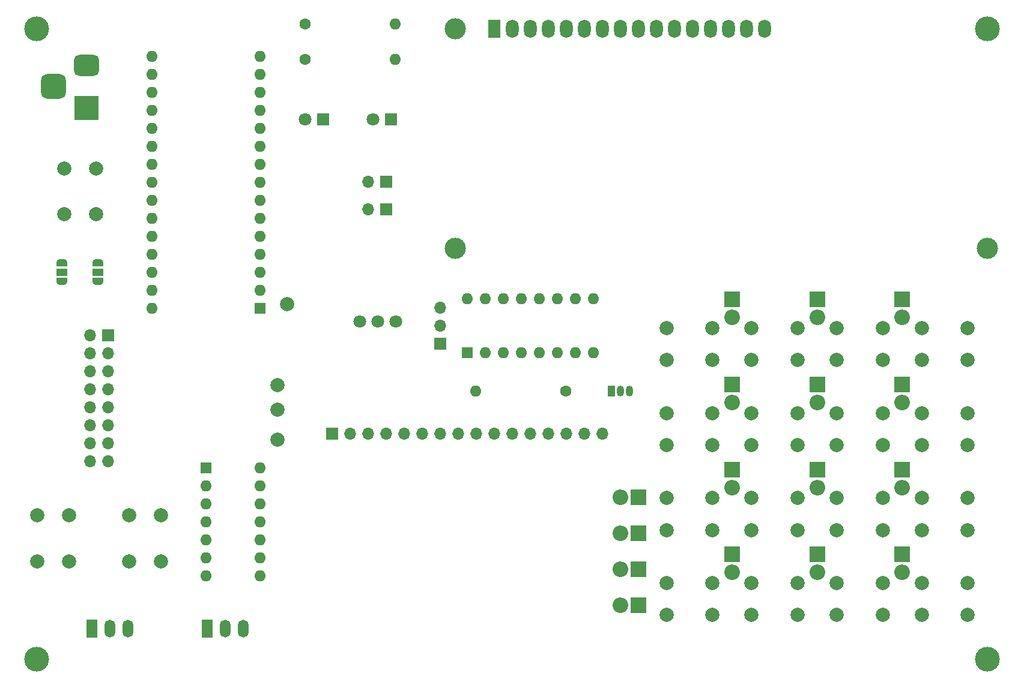
<source format=gbr>
%TF.GenerationSoftware,KiCad,Pcbnew,(6.0.4-0)*%
%TF.CreationDate,2022-08-15T14:03:23-05:00*%
%TF.ProjectId,CowPi-mk3a,436f7750-692d-46d6-9b33-612e6b696361,mk3a*%
%TF.SameCoordinates,PX43d3480PY8c7ecc0*%
%TF.FileFunction,Soldermask,Top*%
%TF.FilePolarity,Negative*%
%FSLAX46Y46*%
G04 Gerber Fmt 4.6, Leading zero omitted, Abs format (unit mm)*
G04 Created by KiCad (PCBNEW (6.0.4-0)) date 2022-08-15 14:03:23*
%MOMM*%
%LPD*%
G01*
G04 APERTURE LIST*
G04 Aperture macros list*
%AMRoundRect*
0 Rectangle with rounded corners*
0 $1 Rounding radius*
0 $2 $3 $4 $5 $6 $7 $8 $9 X,Y pos of 4 corners*
0 Add a 4 corners polygon primitive as box body*
4,1,4,$2,$3,$4,$5,$6,$7,$8,$9,$2,$3,0*
0 Add four circle primitives for the rounded corners*
1,1,$1+$1,$2,$3*
1,1,$1+$1,$4,$5*
1,1,$1+$1,$6,$7*
1,1,$1+$1,$8,$9*
0 Add four rect primitives between the rounded corners*
20,1,$1+$1,$2,$3,$4,$5,0*
20,1,$1+$1,$4,$5,$6,$7,0*
20,1,$1+$1,$6,$7,$8,$9,0*
20,1,$1+$1,$8,$9,$2,$3,0*%
%AMFreePoly0*
4,1,22,0.550000,-0.750000,0.000000,-0.750000,0.000000,-0.745033,-0.079941,-0.743568,-0.215256,-0.701293,-0.333266,-0.622738,-0.424486,-0.514219,-0.481581,-0.384460,-0.499164,-0.250000,-0.500000,-0.250000,-0.500000,0.250000,-0.499164,0.250000,-0.499963,0.256109,-0.478152,0.396186,-0.417904,0.524511,-0.324060,0.630769,-0.204165,0.706417,-0.067858,0.745374,0.000000,0.744959,0.000000,0.750000,
0.550000,0.750000,0.550000,-0.750000,0.550000,-0.750000,$1*%
%AMFreePoly1*
4,1,20,0.000000,0.744959,0.073905,0.744508,0.209726,0.703889,0.328688,0.626782,0.421226,0.519385,0.479903,0.390333,0.500000,0.250000,0.500000,-0.250000,0.499851,-0.262216,0.476331,-0.402017,0.414519,-0.529596,0.319384,-0.634700,0.198574,-0.708877,0.061801,-0.746166,0.000000,-0.745033,0.000000,-0.750000,-0.550000,-0.750000,-0.550000,0.750000,0.000000,0.750000,0.000000,0.744959,
0.000000,0.744959,$1*%
G04 Aperture macros list end*
%ADD10R,2.200000X2.200000*%
%ADD11O,2.200000X2.200000*%
%ADD12FreePoly0,90.000000*%
%ADD13R,1.500000X1.000000*%
%ADD14FreePoly1,90.000000*%
%ADD15C,3.500000*%
%ADD16C,2.000000*%
%ADD17R,1.600000X1.600000*%
%ADD18O,1.600000X1.600000*%
%ADD19O,1.500000X2.500000*%
%ADD20R,1.500000X2.500000*%
%ADD21C,1.600000*%
%ADD22R,1.800000X1.800000*%
%ADD23C,1.800000*%
%ADD24R,1.700000X1.700000*%
%ADD25O,1.700000X1.700000*%
%ADD26R,1.050000X1.500000*%
%ADD27O,1.050000X1.500000*%
%ADD28R,3.500000X3.500000*%
%ADD29RoundRect,0.750000X-1.000000X0.750000X-1.000000X-0.750000X1.000000X-0.750000X1.000000X0.750000X0*%
%ADD30RoundRect,0.875000X-0.875000X0.875000X-0.875000X-0.875000X0.875000X-0.875000X0.875000X0.875000X0*%
%ADD31C,3.000000*%
%ADD32R,1.800000X2.600000*%
%ADD33O,1.800000X2.600000*%
G04 APERTURE END LIST*
D10*
%TO.C,D13*%
X114100764Y31851962D03*
D11*
X114100764Y29311962D03*
%TD*%
D12*
%TO.C,JP4*%
X12700000Y58420000D03*
D13*
X12700000Y59720000D03*
D14*
X12700000Y61020000D03*
%TD*%
D10*
%TO.C,D10*%
X102078410Y19866052D03*
D11*
X102078410Y17326052D03*
%TD*%
D15*
%TO.C,H2*%
X138081045Y5080000D03*
%TD*%
D16*
%TO.C,SW20*%
X135330000Y23320000D03*
X128830000Y23320000D03*
X135330000Y27820000D03*
X128830000Y27820000D03*
%TD*%
D17*
%TO.C,A1*%
X35560000Y54610000D03*
D18*
X35560000Y57150000D03*
X35560000Y59690000D03*
X35560000Y62230000D03*
X35560000Y64770000D03*
X35560000Y67310000D03*
X35560000Y69850000D03*
X35560000Y72390000D03*
X35560000Y74930000D03*
X35560000Y77470000D03*
X35560000Y80010000D03*
X35560000Y82550000D03*
X35560000Y85090000D03*
X35560000Y87630000D03*
X35560000Y90170000D03*
X20320000Y90170000D03*
X20320000Y87630000D03*
X20320000Y85090000D03*
X20320000Y82550000D03*
X20320000Y80010000D03*
X20320000Y77470000D03*
X20320000Y74930000D03*
X20320000Y72390000D03*
X20320000Y69850000D03*
X20320000Y67310000D03*
X20320000Y64770000D03*
X20320000Y62230000D03*
X20320000Y59690000D03*
X20320000Y57150000D03*
X20320000Y54610000D03*
%TD*%
D19*
%TO.C,SW18*%
X33158583Y9414436D03*
D20*
X28078583Y9414436D03*
D19*
X30618583Y9414436D03*
%TD*%
D10*
%TO.C,D18*%
X126084922Y19855059D03*
D11*
X126084922Y17315059D03*
%TD*%
D10*
%TO.C,D7*%
X102078410Y55890994D03*
D11*
X102078410Y53350994D03*
%TD*%
D16*
%TO.C,J6*%
X39396444Y55184682D03*
%TD*%
D21*
%TO.C,R2*%
X41910000Y89720000D03*
D18*
X54610000Y89720000D03*
%TD*%
D15*
%TO.C,H1*%
X4080000Y94064675D03*
%TD*%
D10*
%TO.C,D15*%
X126084922Y55880001D03*
D11*
X126084922Y53340001D03*
%TD*%
D16*
%TO.C,SW1*%
X7909999Y67870000D03*
X7909999Y74370000D03*
X12409999Y67870000D03*
X12409999Y74370000D03*
%TD*%
D10*
%TO.C,D14*%
X114100764Y19868583D03*
D11*
X114100764Y17328583D03*
%TD*%
D17*
%TO.C,U1*%
X27940000Y32121974D03*
D18*
X27940000Y29581974D03*
X27940000Y27041974D03*
X27940000Y24501974D03*
X27940000Y21961974D03*
X27940000Y19421974D03*
X27940000Y16881974D03*
X35560000Y16881974D03*
X35560000Y19421974D03*
X35560000Y21961974D03*
X35560000Y24501974D03*
X35560000Y27041974D03*
X35560000Y29581974D03*
X35560000Y32121974D03*
%TD*%
D16*
%TO.C,SW2*%
X8660000Y25400000D03*
X8660000Y18900000D03*
X4160000Y25400000D03*
X4160000Y18900000D03*
%TD*%
%TO.C,SW4*%
X99330000Y47320000D03*
X92830000Y47320000D03*
X99330000Y51820000D03*
X92830000Y51820000D03*
%TD*%
D17*
%TO.C,U2*%
X64750233Y48365106D03*
D18*
X67290233Y48365106D03*
X69830233Y48365106D03*
X72370233Y48365106D03*
X74910233Y48365106D03*
X77450233Y48365106D03*
X79990233Y48365106D03*
X82530233Y48365106D03*
X82530233Y55985106D03*
X79990233Y55985106D03*
X77450233Y55985106D03*
X74910233Y55985106D03*
X72370233Y55985106D03*
X69830233Y55985106D03*
X67290233Y55985106D03*
X64750233Y55985106D03*
%TD*%
D16*
%TO.C,SW19*%
X135330000Y35320000D03*
X128830000Y35320000D03*
X135330000Y39820000D03*
X128830000Y39820000D03*
%TD*%
D10*
%TO.C,D12*%
X114100764Y43880968D03*
D11*
X114100764Y41340968D03*
%TD*%
D22*
%TO.C,D2*%
X54035000Y81280000D03*
D23*
X51495000Y81280000D03*
%TD*%
D16*
%TO.C,SW12*%
X123330000Y47320000D03*
X116830000Y47320000D03*
X123330000Y51820000D03*
X116830000Y51820000D03*
%TD*%
D24*
%TO.C,J2*%
X14150000Y50800000D03*
D25*
X11610000Y50800000D03*
X14150000Y48260000D03*
X11610000Y48260000D03*
X14150000Y45720000D03*
X11610000Y45720000D03*
X14150000Y43180000D03*
X11610000Y43180000D03*
X14150000Y40640000D03*
X11610000Y40640000D03*
X14150000Y38100000D03*
X11610000Y38100000D03*
X14150000Y35560000D03*
X11610000Y35560000D03*
X14150000Y33020000D03*
X11610000Y33020000D03*
%TD*%
D24*
%TO.C,J7*%
X45685233Y36925106D03*
D25*
X48225233Y36925106D03*
X50765233Y36925106D03*
X53305233Y36925106D03*
X55845233Y36925106D03*
X58385233Y36925106D03*
X60925233Y36925106D03*
X63465233Y36925106D03*
X66005233Y36925106D03*
X68545233Y36925106D03*
X71085233Y36925106D03*
X73625233Y36925106D03*
X76165233Y36925106D03*
X78705233Y36925106D03*
X81245233Y36925106D03*
X83785233Y36925106D03*
%TD*%
D26*
%TO.C,Q1*%
X85080233Y42916644D03*
D27*
X86350233Y42916644D03*
X87620233Y42916644D03*
%TD*%
D10*
%TO.C,D16*%
X126084922Y43867444D03*
D11*
X126084922Y41327444D03*
%TD*%
D24*
%TO.C,JP3*%
X53340000Y72441413D03*
D25*
X50800000Y72441413D03*
%TD*%
D28*
%TO.C,J1*%
X11117500Y82900000D03*
D29*
X11117500Y88900000D03*
D30*
X6417500Y85900000D03*
%TD*%
D16*
%TO.C,SW7*%
X99330000Y11320000D03*
X92830000Y11320000D03*
X99330000Y15820000D03*
X92830000Y15820000D03*
%TD*%
%TO.C,J4*%
X37981354Y40295000D03*
%TD*%
%TO.C,SW10*%
X111330000Y23320000D03*
X104830000Y23320000D03*
X111330000Y27820000D03*
X104830000Y27820000D03*
%TD*%
D10*
%TO.C,D11*%
X114100764Y55893525D03*
D11*
X114100764Y53353525D03*
%TD*%
D10*
%TO.C,D8*%
X102078410Y43878437D03*
D11*
X102078410Y41338437D03*
%TD*%
D22*
%TO.C,D1*%
X44455000Y81280000D03*
D23*
X41915000Y81280000D03*
%TD*%
D16*
%TO.C,SW3*%
X21608716Y25400000D03*
X21608716Y18900000D03*
X17108716Y25400000D03*
X17108716Y18900000D03*
%TD*%
D24*
%TO.C,JP2*%
X53340000Y68611413D03*
D25*
X50800000Y68611413D03*
%TD*%
D16*
%TO.C,SW6*%
X99330000Y23320000D03*
X92830000Y23320000D03*
X99330000Y27820000D03*
X92830000Y27820000D03*
%TD*%
%TO.C,SW21*%
X135330000Y11320000D03*
X128830000Y11320000D03*
X135330000Y15820000D03*
X128830000Y15820000D03*
%TD*%
D21*
%TO.C,R7*%
X78686159Y42899356D03*
D18*
X65986159Y42899356D03*
%TD*%
D10*
%TO.C,D4*%
X88900000Y22860000D03*
D11*
X86360000Y22860000D03*
%TD*%
D10*
%TO.C,D9*%
X102078410Y31849431D03*
D11*
X102078410Y29309431D03*
%TD*%
D31*
%TO.C,DS1*%
X138079480Y63096800D03*
X63080900Y94097500D03*
X63080900Y63096800D03*
D15*
X138080000Y94097500D03*
D32*
X68580000Y94097500D03*
D33*
X71120000Y94097500D03*
X73660000Y94097500D03*
X76200000Y94097500D03*
X78740000Y94097500D03*
X81280000Y94097500D03*
X83820000Y94097500D03*
X86360000Y94097500D03*
X88900000Y94097500D03*
X91440000Y94097500D03*
X93980000Y94097500D03*
X96520000Y94097500D03*
X99060000Y94097500D03*
X101600000Y94097500D03*
X104140000Y94097500D03*
X106680000Y94097500D03*
%TD*%
D16*
%TO.C,SW9*%
X111330000Y35320000D03*
X104830000Y35320000D03*
X111330000Y39820000D03*
X104830000Y39820000D03*
%TD*%
D10*
%TO.C,D5*%
X88900000Y17780000D03*
D11*
X86360000Y17780000D03*
%TD*%
D16*
%TO.C,SW13*%
X123330000Y35320000D03*
X116830000Y35320000D03*
X123330000Y39820000D03*
X116830000Y39820000D03*
%TD*%
%TO.C,SW11*%
X111330000Y11320000D03*
X104830000Y11320000D03*
X111330000Y15820000D03*
X104830000Y15820000D03*
%TD*%
D10*
%TO.C,D6*%
X88900000Y12700000D03*
D11*
X86360000Y12700000D03*
%TD*%
D12*
%TO.C,JP1*%
X7620000Y58420000D03*
D13*
X7620000Y59720000D03*
D14*
X7620000Y61020000D03*
%TD*%
D16*
%TO.C,SW5*%
X99330000Y35320000D03*
X92830000Y35320000D03*
X99330000Y39820000D03*
X92830000Y39820000D03*
%TD*%
D23*
%TO.C,RV1*%
X49577824Y52771726D03*
X52117824Y52771726D03*
X54657824Y52771726D03*
%TD*%
D15*
%TO.C,H3*%
X4080000Y5080000D03*
%TD*%
D16*
%TO.C,J5*%
X37981354Y43795000D03*
%TD*%
%TO.C,SW8*%
X111330000Y47320000D03*
X104830000Y47320000D03*
X111330000Y51820000D03*
X104830000Y51820000D03*
%TD*%
D10*
%TO.C,D3*%
X88900000Y27940000D03*
D11*
X86360000Y27940000D03*
%TD*%
D10*
%TO.C,D17*%
X126084922Y31838438D03*
D11*
X126084922Y29298438D03*
%TD*%
D16*
%TO.C,SW14*%
X123330000Y23320000D03*
X116830000Y23320000D03*
X123330000Y27820000D03*
X116830000Y27820000D03*
%TD*%
D24*
%TO.C,JP5*%
X60950233Y49625106D03*
D25*
X60950233Y52165106D03*
X60950233Y54705106D03*
%TD*%
D19*
%TO.C,SW17*%
X16933583Y9414436D03*
D20*
X11853583Y9414436D03*
D19*
X14393583Y9414436D03*
%TD*%
D16*
%TO.C,SW16*%
X135330000Y47320000D03*
X128830000Y47320000D03*
X135330000Y51820000D03*
X128830000Y51820000D03*
%TD*%
%TO.C,J3*%
X37981354Y36060000D03*
%TD*%
%TO.C,SW15*%
X123330000Y11320000D03*
X116830000Y11320000D03*
X123330000Y15820000D03*
X116830000Y15820000D03*
%TD*%
D21*
%TO.C,R1*%
X41910000Y94720000D03*
D18*
X54610000Y94720000D03*
%TD*%
M02*

</source>
